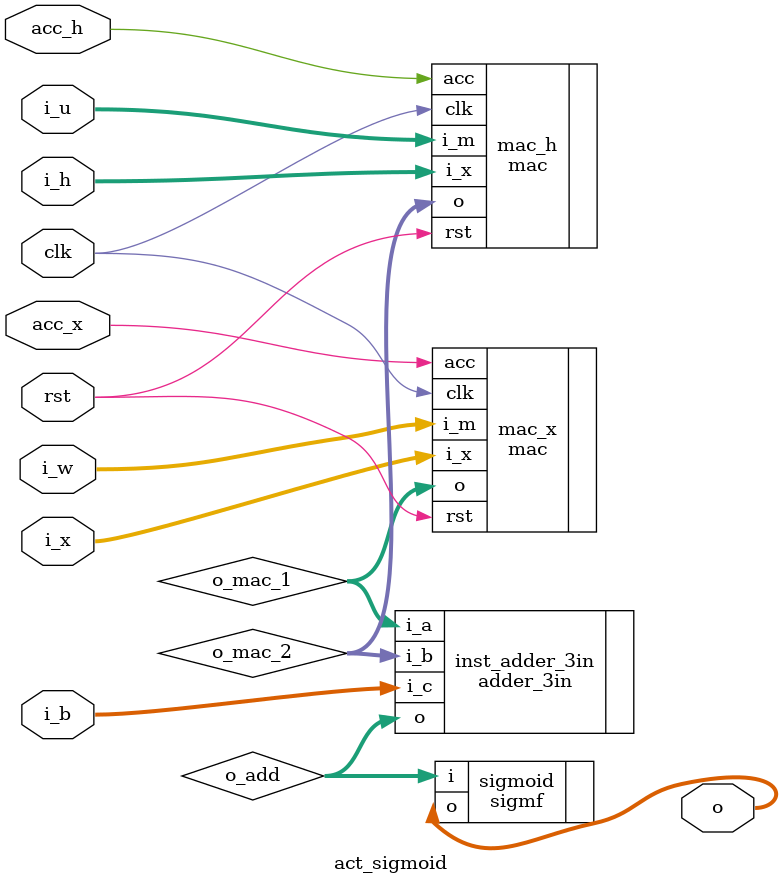
<source format=v>

module act_sigmoid (clk, rst, acc_x, acc_h, i_x, i_w, i_h, i_u, i_b, o);

// parameters
parameter WIDTH = 32;
parameter FRAC = 24;

// common ports
input clk, rst;

// control ports
input acc_x, acc_h;

// input ports
input signed [WIDTH-1:0] i_x;
input signed [WIDTH-1:0] i_w;
input signed [WIDTH-1:0] i_h;
input signed [WIDTH-1:0] i_u;
input signed [WIDTH-1:0] i_b;

// output ports
output signed [WIDTH-1:0] o;

// wires
wire signed [WIDTH-1:0] o_add;
wire signed [WIDTH-1:0] o_mac_1;
wire signed [WIDTH-1:0] o_mac_2;


// Two MAC module for x*w and h*u
mac #(
		.WIDTH(WIDTH),
		.FRAC(FRAC)
	) mac_x (
		.clk (clk),
		.rst (rst),
		.acc (acc_x),
		.i_x (i_x),
		.i_m (i_w),
		.o   (o_mac_1)
	);

mac #(
		.WIDTH(WIDTH),
		.FRAC(FRAC)
	) mac_h (
		.clk (clk),
		.rst (rst),
		.acc (acc_h),
		.i_x (i_h),
		.i_m (i_u),
		.o   (o_mac_2)
	);


// Adding all multiplier output & bias
adder_3in #(.WIDTH(WIDTH), .FRAC(FRAC)) inst_adder_3in (.i_a(o_mac_1), .i_b(o_mac_2), .i_c(i_b), .o(o_add));

// Using sigmoid function for the Activation value
sigmf sigmoid (.i(o_add), .o(o));

endmodule
</source>
